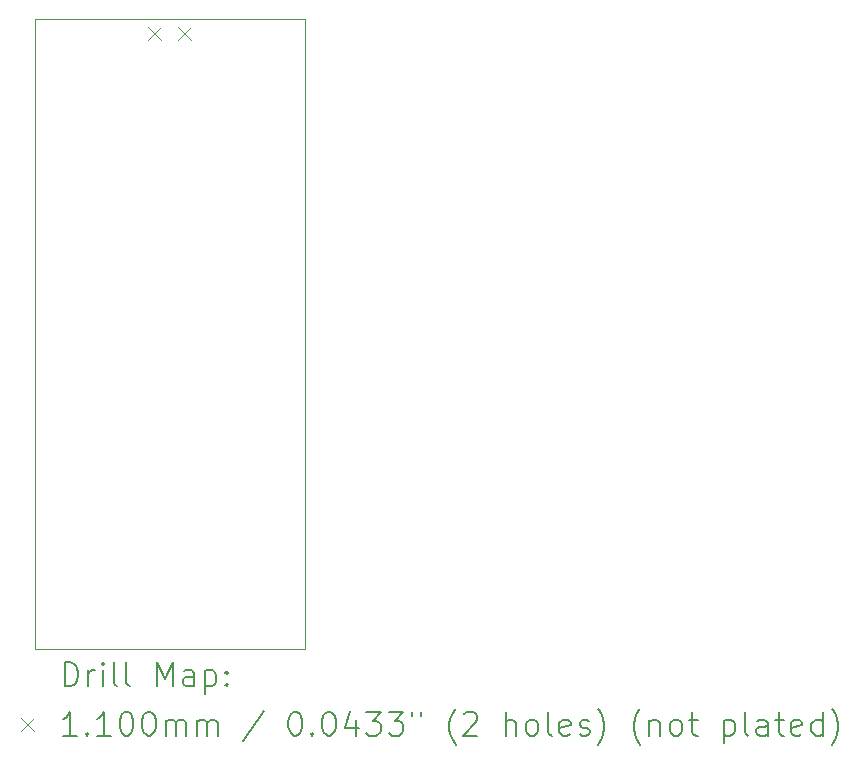
<source format=gbr>
%FSLAX45Y45*%
G04 Gerber Fmt 4.5, Leading zero omitted, Abs format (unit mm)*
G04 Created by KiCad (PCBNEW (6.0.0)) date 2023-01-28 16:32:57*
%MOMM*%
%LPD*%
G01*
G04 APERTURE LIST*
%TA.AperFunction,Profile*%
%ADD10C,0.100000*%
%TD*%
%ADD11C,0.200000*%
%ADD12C,0.110000*%
G04 APERTURE END LIST*
D10*
X2540Y5334000D02*
X2288540Y5334000D01*
X2288540Y5334000D02*
X2288540Y0D01*
X2288540Y0D02*
X2540Y0D01*
X2540Y0D02*
X2540Y5334000D01*
D11*
D12*
X963540Y5262000D02*
X1073540Y5152000D01*
X1073540Y5262000D02*
X963540Y5152000D01*
X1217540Y5262000D02*
X1327540Y5152000D01*
X1327540Y5262000D02*
X1217540Y5152000D01*
D11*
X255159Y-315476D02*
X255159Y-115476D01*
X302778Y-115476D01*
X331350Y-125000D01*
X350397Y-144048D01*
X359921Y-163095D01*
X369445Y-201190D01*
X369445Y-229762D01*
X359921Y-267857D01*
X350397Y-286905D01*
X331350Y-305952D01*
X302778Y-315476D01*
X255159Y-315476D01*
X455159Y-315476D02*
X455159Y-182143D01*
X455159Y-220238D02*
X464683Y-201190D01*
X474207Y-191667D01*
X493254Y-182143D01*
X512302Y-182143D01*
X578969Y-315476D02*
X578969Y-182143D01*
X578969Y-115476D02*
X569445Y-125000D01*
X578969Y-134524D01*
X588492Y-125000D01*
X578969Y-115476D01*
X578969Y-134524D01*
X702778Y-315476D02*
X683730Y-305952D01*
X674207Y-286905D01*
X674207Y-115476D01*
X807540Y-315476D02*
X788492Y-305952D01*
X778968Y-286905D01*
X778968Y-115476D01*
X1036111Y-315476D02*
X1036111Y-115476D01*
X1102778Y-258333D01*
X1169445Y-115476D01*
X1169445Y-315476D01*
X1350397Y-315476D02*
X1350397Y-210714D01*
X1340873Y-191667D01*
X1321826Y-182143D01*
X1283730Y-182143D01*
X1264683Y-191667D01*
X1350397Y-305952D02*
X1331350Y-315476D01*
X1283730Y-315476D01*
X1264683Y-305952D01*
X1255159Y-286905D01*
X1255159Y-267857D01*
X1264683Y-248809D01*
X1283730Y-239286D01*
X1331350Y-239286D01*
X1350397Y-229762D01*
X1445635Y-182143D02*
X1445635Y-382143D01*
X1445635Y-191667D02*
X1464683Y-182143D01*
X1502778Y-182143D01*
X1521826Y-191667D01*
X1531349Y-201190D01*
X1540873Y-220238D01*
X1540873Y-277381D01*
X1531349Y-296429D01*
X1521826Y-305952D01*
X1502778Y-315476D01*
X1464683Y-315476D01*
X1445635Y-305952D01*
X1626588Y-296429D02*
X1636111Y-305952D01*
X1626588Y-315476D01*
X1617064Y-305952D01*
X1626588Y-296429D01*
X1626588Y-315476D01*
X1626588Y-191667D02*
X1636111Y-201190D01*
X1626588Y-210714D01*
X1617064Y-201190D01*
X1626588Y-191667D01*
X1626588Y-210714D01*
D12*
X-112460Y-590000D02*
X-2460Y-700000D01*
X-2460Y-590000D02*
X-112460Y-700000D01*
D11*
X359921Y-735476D02*
X245635Y-735476D01*
X302778Y-735476D02*
X302778Y-535476D01*
X283730Y-564048D01*
X264683Y-583095D01*
X245635Y-592619D01*
X445635Y-716428D02*
X455159Y-725952D01*
X445635Y-735476D01*
X436111Y-725952D01*
X445635Y-716428D01*
X445635Y-735476D01*
X645635Y-735476D02*
X531350Y-735476D01*
X588492Y-735476D02*
X588492Y-535476D01*
X569445Y-564048D01*
X550397Y-583095D01*
X531350Y-592619D01*
X769445Y-535476D02*
X788492Y-535476D01*
X807540Y-545000D01*
X817064Y-554524D01*
X826588Y-573571D01*
X836111Y-611667D01*
X836111Y-659286D01*
X826588Y-697381D01*
X817064Y-716428D01*
X807540Y-725952D01*
X788492Y-735476D01*
X769445Y-735476D01*
X750397Y-725952D01*
X740873Y-716428D01*
X731349Y-697381D01*
X721826Y-659286D01*
X721826Y-611667D01*
X731349Y-573571D01*
X740873Y-554524D01*
X750397Y-545000D01*
X769445Y-535476D01*
X959921Y-535476D02*
X978968Y-535476D01*
X998016Y-545000D01*
X1007540Y-554524D01*
X1017064Y-573571D01*
X1026588Y-611667D01*
X1026588Y-659286D01*
X1017064Y-697381D01*
X1007540Y-716428D01*
X998016Y-725952D01*
X978968Y-735476D01*
X959921Y-735476D01*
X940873Y-725952D01*
X931349Y-716428D01*
X921826Y-697381D01*
X912302Y-659286D01*
X912302Y-611667D01*
X921826Y-573571D01*
X931349Y-554524D01*
X940873Y-545000D01*
X959921Y-535476D01*
X1112302Y-735476D02*
X1112302Y-602143D01*
X1112302Y-621190D02*
X1121826Y-611667D01*
X1140873Y-602143D01*
X1169445Y-602143D01*
X1188492Y-611667D01*
X1198016Y-630714D01*
X1198016Y-735476D01*
X1198016Y-630714D02*
X1207540Y-611667D01*
X1226588Y-602143D01*
X1255159Y-602143D01*
X1274207Y-611667D01*
X1283730Y-630714D01*
X1283730Y-735476D01*
X1378969Y-735476D02*
X1378969Y-602143D01*
X1378969Y-621190D02*
X1388492Y-611667D01*
X1407540Y-602143D01*
X1436111Y-602143D01*
X1455159Y-611667D01*
X1464683Y-630714D01*
X1464683Y-735476D01*
X1464683Y-630714D02*
X1474207Y-611667D01*
X1493254Y-602143D01*
X1521826Y-602143D01*
X1540873Y-611667D01*
X1550397Y-630714D01*
X1550397Y-735476D01*
X1940873Y-525952D02*
X1769445Y-783095D01*
X2198016Y-535476D02*
X2217064Y-535476D01*
X2236111Y-545000D01*
X2245635Y-554524D01*
X2255159Y-573571D01*
X2264683Y-611667D01*
X2264683Y-659286D01*
X2255159Y-697381D01*
X2245635Y-716428D01*
X2236111Y-725952D01*
X2217064Y-735476D01*
X2198016Y-735476D01*
X2178969Y-725952D01*
X2169445Y-716428D01*
X2159921Y-697381D01*
X2150397Y-659286D01*
X2150397Y-611667D01*
X2159921Y-573571D01*
X2169445Y-554524D01*
X2178969Y-545000D01*
X2198016Y-535476D01*
X2350397Y-716428D02*
X2359921Y-725952D01*
X2350397Y-735476D01*
X2340873Y-725952D01*
X2350397Y-716428D01*
X2350397Y-735476D01*
X2483730Y-535476D02*
X2502778Y-535476D01*
X2521826Y-545000D01*
X2531350Y-554524D01*
X2540873Y-573571D01*
X2550397Y-611667D01*
X2550397Y-659286D01*
X2540873Y-697381D01*
X2531350Y-716428D01*
X2521826Y-725952D01*
X2502778Y-735476D01*
X2483730Y-735476D01*
X2464683Y-725952D01*
X2455159Y-716428D01*
X2445635Y-697381D01*
X2436111Y-659286D01*
X2436111Y-611667D01*
X2445635Y-573571D01*
X2455159Y-554524D01*
X2464683Y-545000D01*
X2483730Y-535476D01*
X2721826Y-602143D02*
X2721826Y-735476D01*
X2674207Y-525952D02*
X2626588Y-668810D01*
X2750397Y-668810D01*
X2807540Y-535476D02*
X2931349Y-535476D01*
X2864683Y-611667D01*
X2893254Y-611667D01*
X2912302Y-621190D01*
X2921826Y-630714D01*
X2931349Y-649762D01*
X2931349Y-697381D01*
X2921826Y-716428D01*
X2912302Y-725952D01*
X2893254Y-735476D01*
X2836111Y-735476D01*
X2817064Y-725952D01*
X2807540Y-716428D01*
X2998016Y-535476D02*
X3121826Y-535476D01*
X3055159Y-611667D01*
X3083730Y-611667D01*
X3102778Y-621190D01*
X3112302Y-630714D01*
X3121826Y-649762D01*
X3121826Y-697381D01*
X3112302Y-716428D01*
X3102778Y-725952D01*
X3083730Y-735476D01*
X3026588Y-735476D01*
X3007540Y-725952D01*
X2998016Y-716428D01*
X3198016Y-535476D02*
X3198016Y-573571D01*
X3274207Y-535476D02*
X3274207Y-573571D01*
X3569445Y-811667D02*
X3559921Y-802143D01*
X3540873Y-773571D01*
X3531349Y-754524D01*
X3521826Y-725952D01*
X3512302Y-678333D01*
X3512302Y-640238D01*
X3521826Y-592619D01*
X3531349Y-564048D01*
X3540873Y-545000D01*
X3559921Y-516428D01*
X3569445Y-506905D01*
X3636111Y-554524D02*
X3645635Y-545000D01*
X3664683Y-535476D01*
X3712302Y-535476D01*
X3731349Y-545000D01*
X3740873Y-554524D01*
X3750397Y-573571D01*
X3750397Y-592619D01*
X3740873Y-621190D01*
X3626588Y-735476D01*
X3750397Y-735476D01*
X3988492Y-735476D02*
X3988492Y-535476D01*
X4074207Y-735476D02*
X4074207Y-630714D01*
X4064683Y-611667D01*
X4045635Y-602143D01*
X4017064Y-602143D01*
X3998016Y-611667D01*
X3988492Y-621190D01*
X4198016Y-735476D02*
X4178968Y-725952D01*
X4169445Y-716428D01*
X4159921Y-697381D01*
X4159921Y-640238D01*
X4169445Y-621190D01*
X4178968Y-611667D01*
X4198016Y-602143D01*
X4226588Y-602143D01*
X4245635Y-611667D01*
X4255159Y-621190D01*
X4264683Y-640238D01*
X4264683Y-697381D01*
X4255159Y-716428D01*
X4245635Y-725952D01*
X4226588Y-735476D01*
X4198016Y-735476D01*
X4378969Y-735476D02*
X4359921Y-725952D01*
X4350397Y-706905D01*
X4350397Y-535476D01*
X4531350Y-725952D02*
X4512302Y-735476D01*
X4474207Y-735476D01*
X4455159Y-725952D01*
X4445635Y-706905D01*
X4445635Y-630714D01*
X4455159Y-611667D01*
X4474207Y-602143D01*
X4512302Y-602143D01*
X4531350Y-611667D01*
X4540873Y-630714D01*
X4540873Y-649762D01*
X4445635Y-668810D01*
X4617064Y-725952D02*
X4636111Y-735476D01*
X4674207Y-735476D01*
X4693254Y-725952D01*
X4702778Y-706905D01*
X4702778Y-697381D01*
X4693254Y-678333D01*
X4674207Y-668810D01*
X4645635Y-668810D01*
X4626588Y-659286D01*
X4617064Y-640238D01*
X4617064Y-630714D01*
X4626588Y-611667D01*
X4645635Y-602143D01*
X4674207Y-602143D01*
X4693254Y-611667D01*
X4769445Y-811667D02*
X4778969Y-802143D01*
X4798016Y-773571D01*
X4807540Y-754524D01*
X4817064Y-725952D01*
X4826588Y-678333D01*
X4826588Y-640238D01*
X4817064Y-592619D01*
X4807540Y-564048D01*
X4798016Y-545000D01*
X4778969Y-516428D01*
X4769445Y-506905D01*
X5131350Y-811667D02*
X5121826Y-802143D01*
X5102778Y-773571D01*
X5093254Y-754524D01*
X5083730Y-725952D01*
X5074207Y-678333D01*
X5074207Y-640238D01*
X5083730Y-592619D01*
X5093254Y-564048D01*
X5102778Y-545000D01*
X5121826Y-516428D01*
X5131350Y-506905D01*
X5207540Y-602143D02*
X5207540Y-735476D01*
X5207540Y-621190D02*
X5217064Y-611667D01*
X5236111Y-602143D01*
X5264683Y-602143D01*
X5283730Y-611667D01*
X5293254Y-630714D01*
X5293254Y-735476D01*
X5417064Y-735476D02*
X5398016Y-725952D01*
X5388492Y-716428D01*
X5378969Y-697381D01*
X5378969Y-640238D01*
X5388492Y-621190D01*
X5398016Y-611667D01*
X5417064Y-602143D01*
X5445635Y-602143D01*
X5464683Y-611667D01*
X5474207Y-621190D01*
X5483730Y-640238D01*
X5483730Y-697381D01*
X5474207Y-716428D01*
X5464683Y-725952D01*
X5445635Y-735476D01*
X5417064Y-735476D01*
X5540873Y-602143D02*
X5617064Y-602143D01*
X5569445Y-535476D02*
X5569445Y-706905D01*
X5578969Y-725952D01*
X5598016Y-735476D01*
X5617064Y-735476D01*
X5836111Y-602143D02*
X5836111Y-802143D01*
X5836111Y-611667D02*
X5855159Y-602143D01*
X5893254Y-602143D01*
X5912302Y-611667D01*
X5921826Y-621190D01*
X5931349Y-640238D01*
X5931349Y-697381D01*
X5921826Y-716428D01*
X5912302Y-725952D01*
X5893254Y-735476D01*
X5855159Y-735476D01*
X5836111Y-725952D01*
X6045635Y-735476D02*
X6026588Y-725952D01*
X6017064Y-706905D01*
X6017064Y-535476D01*
X6207540Y-735476D02*
X6207540Y-630714D01*
X6198016Y-611667D01*
X6178968Y-602143D01*
X6140873Y-602143D01*
X6121826Y-611667D01*
X6207540Y-725952D02*
X6188492Y-735476D01*
X6140873Y-735476D01*
X6121826Y-725952D01*
X6112302Y-706905D01*
X6112302Y-687857D01*
X6121826Y-668810D01*
X6140873Y-659286D01*
X6188492Y-659286D01*
X6207540Y-649762D01*
X6274207Y-602143D02*
X6350397Y-602143D01*
X6302778Y-535476D02*
X6302778Y-706905D01*
X6312302Y-725952D01*
X6331349Y-735476D01*
X6350397Y-735476D01*
X6493254Y-725952D02*
X6474207Y-735476D01*
X6436111Y-735476D01*
X6417064Y-725952D01*
X6407540Y-706905D01*
X6407540Y-630714D01*
X6417064Y-611667D01*
X6436111Y-602143D01*
X6474207Y-602143D01*
X6493254Y-611667D01*
X6502778Y-630714D01*
X6502778Y-649762D01*
X6407540Y-668810D01*
X6674207Y-735476D02*
X6674207Y-535476D01*
X6674207Y-725952D02*
X6655159Y-735476D01*
X6617064Y-735476D01*
X6598016Y-725952D01*
X6588492Y-716428D01*
X6578968Y-697381D01*
X6578968Y-640238D01*
X6588492Y-621190D01*
X6598016Y-611667D01*
X6617064Y-602143D01*
X6655159Y-602143D01*
X6674207Y-611667D01*
X6750397Y-811667D02*
X6759921Y-802143D01*
X6778968Y-773571D01*
X6788492Y-754524D01*
X6798016Y-725952D01*
X6807540Y-678333D01*
X6807540Y-640238D01*
X6798016Y-592619D01*
X6788492Y-564048D01*
X6778968Y-545000D01*
X6759921Y-516428D01*
X6750397Y-506905D01*
M02*

</source>
